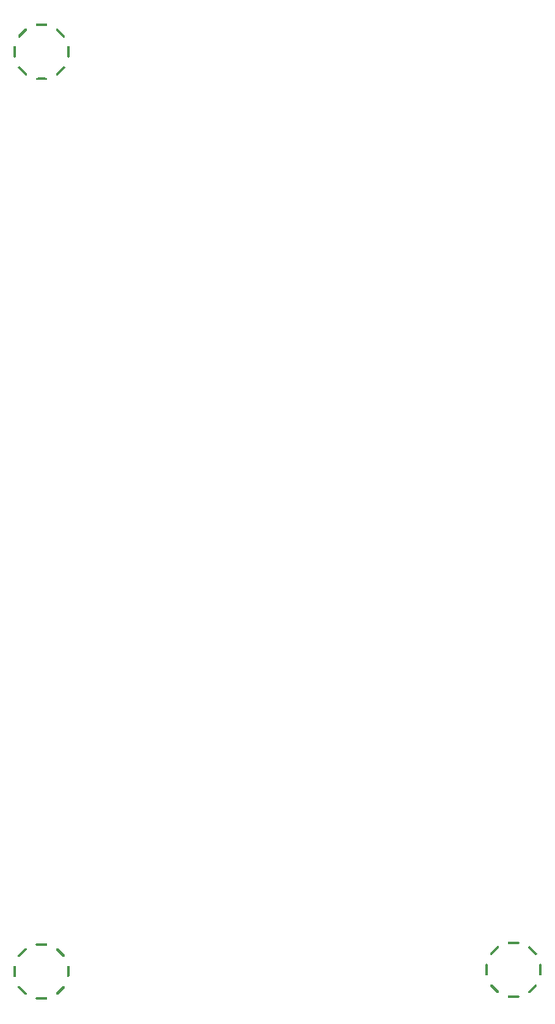
<source format=gbo>
G04*
G04 #@! TF.GenerationSoftware,Altium Limited,Altium Designer,21.0.8 (223)*
G04*
G04 Layer_Color=32896*
%FSTAX24Y24*%
%MOIN*%
G70*
G04*
G04 #@! TF.SameCoordinates,6FDD5C99-857A-4E56-A0FC-F6C85F5CD364*
G04*
G04*
G04 #@! TF.FilePolarity,Positive*
G04*
G01*
G75*
%ADD11C,0.0100*%
D11*
X029576Y012265D02*
G03*
X02931Y011999I000621J-000887D01*
G01*
X029131Y011566D02*
G03*
X029131Y01119I001066J-000188D01*
G01*
X030009Y010312D02*
G03*
X030385Y010312I000188J001066D01*
G01*
X031263Y01119D02*
G03*
X031263Y011566I-001066J000188D01*
G01*
X030385Y012444D02*
G03*
X030009Y012444I-000188J-001066D01*
G01*
X02931Y010757D02*
G03*
X029576Y010491I000887J000621D01*
G01*
X030818D02*
G03*
X031084Y010757I-000621J000887D01*
G01*
Y011999D02*
G03*
X030818Y012265I-000887J-000621D01*
G01*
X010828Y012194D02*
G03*
X010562Y011928I000621J-000887D01*
G01*
X010383Y011495D02*
G03*
X010383Y011119I001066J-000188D01*
G01*
X011261Y010241D02*
G03*
X011637Y010241I000188J001066D01*
G01*
X012515Y011119D02*
G03*
X012515Y011495I-001066J000188D01*
G01*
X011637Y012373D02*
G03*
X011261Y012373I-000188J-001066D01*
G01*
X010562Y010686D02*
G03*
X010828Y01042I000887J000621D01*
G01*
X01207D02*
G03*
X012336Y010686I-000621J000887D01*
G01*
Y011928D02*
G03*
X01207Y012194I-000887J-000621D01*
G01*
X010836Y048682D02*
G03*
X01057Y048416I000621J-000887D01*
G01*
X01039Y047983D02*
G03*
X01039Y047607I001066J-000188D01*
G01*
X011269Y046729D02*
G03*
X011645Y046729I000188J001066D01*
G01*
X012523Y047607D02*
G03*
X012523Y047983I-001066J000188D01*
G01*
X011645Y048861D02*
G03*
X011269Y048861I-000188J-001066D01*
G01*
X01057Y047174D02*
G03*
X010836Y046908I000887J000621D01*
G01*
X012078D02*
G03*
X012344Y047174I-000621J000887D01*
G01*
Y048416D02*
G03*
X012078Y048682I-000887J-000621D01*
G01*
M02*

</source>
